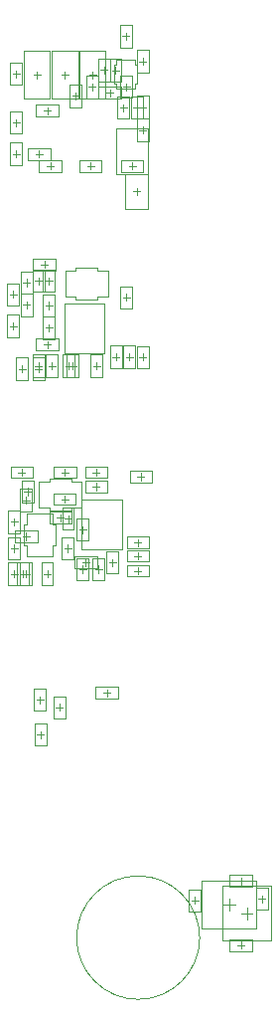
<source format=gbr>
%TF.GenerationSoftware,Altium Limited,Altium Designer,22.6.1 (34)*%
G04 Layer_Color=32768*
%FSLAX45Y45*%
%MOMM*%
%TF.SameCoordinates,41C29604-6FBD-4392-AD62-CF0DA8D1722B*%
%TF.FilePolarity,Positive*%
%TF.FileFunction,Other,Mechanical_15*%
%TF.Part,CustomerPanel*%
G01*
G75*
%TA.AperFunction,NonConductor*%
%ADD97C,0.10000*%
%ADD99C,0.05000*%
D97*
X892938Y4519339D02*
X1082938D01*
X892938Y4619339D02*
X1082938D01*
X987938Y4539339D02*
Y4599339D01*
X957938Y4569339D02*
X1017938D01*
X1082938Y4519339D02*
Y4619339D01*
X892938Y4519339D02*
Y4619339D01*
X512637Y4657439D02*
X702637D01*
X512637Y4557439D02*
X702637D01*
X607637Y4577439D02*
Y4637439D01*
X577636Y4607439D02*
X637637D01*
X512637Y4557439D02*
Y4657439D01*
X702637Y4557439D02*
Y4657439D01*
X867538Y3957364D02*
X1057538D01*
X867538Y4057364D02*
X1057538D01*
X962538Y3977364D02*
Y4037364D01*
X932538Y4007364D02*
X992538D01*
X1057538Y3957364D02*
Y4057364D01*
X867538Y3957364D02*
Y4057364D01*
X867538Y3946239D02*
X1057538D01*
X867538Y3846239D02*
X1057538D01*
X962538Y3866239D02*
Y3926239D01*
X932538Y3896239D02*
X992538D01*
X867538Y3846239D02*
Y3946239D01*
X1057538Y3846239D02*
Y3946239D01*
X867538Y3819239D02*
X1057538D01*
X867538Y3719239D02*
X1057538D01*
X962538Y3739239D02*
Y3799239D01*
X932538Y3769239D02*
X992538D01*
X867538Y3719239D02*
Y3819239D01*
X1057538Y3719239D02*
Y3819239D01*
X675988Y3686939D02*
Y3876939D01*
X575988Y3686939D02*
Y3876939D01*
X595988Y3781939D02*
X655988D01*
X625988Y3751939D02*
Y3811939D01*
X575988Y3876939D02*
X675988D01*
X575988Y3686939D02*
X675988D01*
X542638D02*
Y3876939D01*
X442638Y3686939D02*
Y3876939D01*
X462638Y3781939D02*
X522638D01*
X492638Y3751939D02*
Y3811939D01*
X442638Y3876939D02*
X542638D01*
X442638Y3686939D02*
X542638D01*
X-39959Y4274437D02*
Y4464439D01*
X60041Y4274437D02*
Y4464439D01*
X-19959Y4369438D02*
X40041D01*
X10038Y4339435D02*
Y4399440D01*
X-39959Y4464439D02*
X60041D01*
X-39959Y4274437D02*
X60041D01*
X-65359Y3648040D02*
Y3838042D01*
X34641Y3648040D02*
Y3838042D01*
X-45359Y3743041D02*
X14641D01*
X-15362Y3713039D02*
Y3773039D01*
X-65359Y3648040D02*
X34641D01*
X-65359Y3838042D02*
X34641D01*
X207137Y4268942D02*
X397139D01*
X207137Y4168942D02*
X397139D01*
X302138Y4188942D02*
Y4248942D01*
X272136Y4218939D02*
X332135D01*
X207137Y4168942D02*
Y4268942D01*
X397139Y4168942D02*
Y4268942D01*
X-41560Y4089772D02*
Y4279774D01*
X-141560Y4089772D02*
Y4279774D01*
X-121560Y4184773D02*
X-61560D01*
X-91562Y4154771D02*
Y4214776D01*
X-141560Y4089772D02*
X-41560D01*
X-141560Y4279774D02*
X-41560D01*
X-141564Y3864738D02*
Y4054740D01*
X-41565Y3864738D02*
Y4054740D01*
X-121564Y3959739D02*
X-61565D01*
X-91562Y3929736D02*
Y3989741D01*
X-141564Y4054740D02*
X-41565D01*
X-141564Y3864738D02*
X-41565D01*
X442636Y4023488D02*
X542635D01*
X442636Y4213490D02*
X542635D01*
X492638Y4088487D02*
Y4148486D01*
X462636Y4118489D02*
X522635D01*
X442636Y4023488D02*
Y4213490D01*
X542635Y4023488D02*
Y4213490D01*
X243555Y4428841D02*
X433557D01*
X243555Y4328841D02*
X433557D01*
X338556Y4348841D02*
Y4408841D01*
X308558Y4378839D02*
X368558D01*
X433557Y4328841D02*
Y4428841D01*
X243555Y4328841D02*
Y4428841D01*
X796641Y3745197D02*
Y3935200D01*
X696641Y3745197D02*
Y3935200D01*
X716641Y3840199D02*
X776641D01*
X746638Y3810196D02*
Y3870196D01*
X696641Y3745197D02*
X796641D01*
X696641Y3935200D02*
X796641D01*
X315636Y4054740D02*
X415635D01*
X315636Y3864738D02*
X415635D01*
X365638Y3929741D02*
Y3989741D01*
X335636Y3959739D02*
X395635D01*
X315636Y3864738D02*
Y4054740D01*
X415635Y3864738D02*
Y4054740D01*
X317241Y4308360D02*
X417241D01*
X317241Y4118358D02*
X417241D01*
X367238Y4183356D02*
Y4243356D01*
X337241Y4213359D02*
X397241D01*
X317241Y4118358D02*
Y4308360D01*
X417241Y4118358D02*
Y4308360D01*
X245237Y4557436D02*
X435239D01*
X245237Y4657436D02*
X435239D01*
X340238Y4577436D02*
Y4637436D01*
X310241Y4607439D02*
X370241D01*
X435239Y4557436D02*
Y4657436D01*
X245237Y4557436D02*
Y4657436D01*
X-123063Y4557436D02*
X66939D01*
X-123063Y4657436D02*
X66939D01*
X-28062Y4577436D02*
Y4637436D01*
X-58059Y4607439D02*
X1941D01*
X66939Y4557436D02*
Y4657436D01*
X-123063Y4557436D02*
Y4657436D01*
X-27264Y4347338D02*
Y4537340D01*
X72735Y4347338D02*
Y4537340D01*
X-7264Y4442339D02*
X52735D01*
X22738Y4412336D02*
Y4472336D01*
X-27264Y4347338D02*
X72735D01*
X-27264Y4537340D02*
X72735D01*
X-84165Y4011341D02*
X105837D01*
X-84165Y4111341D02*
X105837D01*
X10836Y4031341D02*
Y4091341D01*
X-19162Y4061339D02*
X40838D01*
X105837Y4011341D02*
Y4111341D01*
X-84165Y4011341D02*
Y4111341D01*
X512638Y4534436D02*
X702640D01*
X512638Y4434436D02*
X702640D01*
X607639Y4454436D02*
Y4514436D01*
X577637Y4484439D02*
X637637D01*
X512638Y4434436D02*
Y4534436D01*
X702640Y4434436D02*
Y4534436D01*
X239336Y3648838D02*
Y3838840D01*
X139336Y3648838D02*
Y3838840D01*
X159336Y3743839D02*
X219336D01*
X189338Y3713836D02*
Y3773836D01*
X139336Y3648838D02*
X239336D01*
X139336Y3838840D02*
X239336D01*
X-39964Y3648838D02*
Y3838840D01*
X60035Y3648838D02*
Y3838840D01*
X-19964Y3743839D02*
X40035D01*
X10038Y3713836D02*
Y3773841D01*
X-39964Y3838840D02*
X60035D01*
X-39964Y3648838D02*
X60035D01*
X423037Y3790196D02*
X613039D01*
X423037Y3890196D02*
X613039D01*
X518038Y3810196D02*
Y3870196D01*
X488036Y3840199D02*
X548041D01*
X423037Y3790196D02*
Y3890196D01*
X613039Y3790196D02*
Y3890196D01*
X-141564Y3838840D02*
X-41565D01*
X-141564Y3648838D02*
X-41565D01*
X-91562Y3713836D02*
Y3773841D01*
X-121564Y3743839D02*
X-61565D01*
X-141564Y3648838D02*
Y3838840D01*
X-41565Y3648838D02*
Y3838840D01*
X164300Y5391400D02*
Y5581400D01*
X64300Y5391400D02*
Y5581400D01*
X84300Y5486400D02*
X144300D01*
X114300Y5456400D02*
Y5516400D01*
X64300Y5581400D02*
X164300D01*
X64300Y5391400D02*
X164300D01*
X24600D02*
Y5581400D01*
X-75400Y5391400D02*
Y5581400D01*
X-55400Y5486400D02*
X4600D01*
X-25400Y5456400D02*
Y5516400D01*
X-75400Y5581400D02*
X24600D01*
X-75400Y5391400D02*
X24600D01*
X-151600Y5756557D02*
Y5946558D01*
X-51600Y5756557D02*
Y5946558D01*
X-131600Y5851558D02*
X-71600D01*
X-101600Y5821558D02*
Y5881558D01*
X-151600Y5946558D02*
X-51600D01*
X-151600Y5756557D02*
X-51600D01*
X64300Y5416800D02*
Y5606800D01*
X164300Y5416800D02*
Y5606800D01*
X84300Y5511800D02*
X144300D01*
X114300Y5481800D02*
Y5541800D01*
X64300Y5606800D02*
X164300D01*
X64300Y5416800D02*
X164300D01*
X178600D02*
Y5606800D01*
X278600Y5416800D02*
Y5606800D01*
X198600Y5511800D02*
X258600D01*
X228600Y5481800D02*
Y5541800D01*
X178600Y5606800D02*
X278600D01*
X178600Y5416800D02*
X278600D01*
X824700Y5493000D02*
Y5683000D01*
X724700Y5493000D02*
Y5683000D01*
X744700Y5588000D02*
X804700D01*
X774700Y5558000D02*
Y5618000D01*
X724700Y5493000D02*
X824700D01*
X724700Y5683000D02*
X824700D01*
X939000Y5493000D02*
Y5683000D01*
X839000Y5493000D02*
Y5683000D01*
X859000Y5588000D02*
X919000D01*
X889000Y5558000D02*
Y5618000D01*
X839000Y5493000D02*
X939000D01*
X839000Y5683000D02*
X939000D01*
X1053300Y5492200D02*
Y5682200D01*
X953300Y5492200D02*
Y5682200D01*
X973300Y5587200D02*
X1033300D01*
X1003300Y5557200D02*
Y5617200D01*
X953300Y5492200D02*
X1053300D01*
X953300Y5682200D02*
X1053300D01*
X260101Y6325398D02*
Y6425397D01*
X70099Y6325398D02*
Y6425397D01*
X135098Y6375400D02*
X195097D01*
X165100Y6345398D02*
Y6405397D01*
X70099Y6425397D02*
X260101D01*
X70099Y6325398D02*
X260101D01*
X153203Y6120968D02*
X253202D01*
X153203Y5930966D02*
X253202D01*
X203200Y5995964D02*
Y6055964D01*
X173203Y6025967D02*
X233202D01*
X153203Y5930966D02*
Y6120968D01*
X253202Y5930966D02*
Y6120968D01*
X153203Y6330706D02*
X253202D01*
X153203Y6140704D02*
X253202D01*
X203200Y6205703D02*
Y6265702D01*
X173203Y6235705D02*
X233202D01*
X153203Y6140704D02*
Y6330706D01*
X253202Y6140704D02*
Y6330706D01*
X64303Y6140699D02*
X164302D01*
X64303Y6330701D02*
X164302D01*
X114300Y6205703D02*
Y6265702D01*
X84303Y6235700D02*
X144302D01*
X164302Y6140699D02*
Y6330701D01*
X64303Y6140699D02*
Y6330701D01*
X813598Y6000196D02*
X913597D01*
X813598Y6190198D02*
X913597D01*
X863600Y6065200D02*
Y6125200D01*
X833598Y6095197D02*
X893597D01*
X913597Y6000196D02*
Y6190198D01*
X813598Y6000196D02*
Y6190198D01*
X-37297Y6125601D02*
X62702D01*
X-37297Y6315603D02*
X62702D01*
X12700Y6190605D02*
Y6250605D01*
X-17297Y6220602D02*
X42702D01*
X62702Y6125601D02*
Y6315603D01*
X-37297Y6125601D02*
Y6315603D01*
X322982Y5416800D02*
Y5606800D01*
X422982Y5416800D02*
Y5606800D01*
X342982Y5511800D02*
X402982D01*
X372982Y5481800D02*
Y5541800D01*
X322982Y5416800D02*
X422982D01*
X322982Y5606800D02*
X422982D01*
X559600Y5416800D02*
Y5606800D01*
X659600Y5416800D02*
Y5606800D01*
X579600Y5511800D02*
X639600D01*
X609600Y5481800D02*
Y5541800D01*
X559600Y5606800D02*
X659600D01*
X559600Y5416800D02*
X659600D01*
X-151597Y6025601D02*
Y6215604D01*
X-51598Y6025601D02*
Y6215604D01*
X-131597Y6120602D02*
X-71598D01*
X-101600Y6090600D02*
Y6150600D01*
X-151597Y6215604D02*
X-51598D01*
X-151597Y6025601D02*
X-51598D01*
X355108Y5416800D02*
Y5606800D01*
X455108Y5416800D02*
Y5606800D01*
X375108Y5511800D02*
X435108D01*
X405108Y5481800D02*
Y5541800D01*
X355108Y5606800D02*
X455108D01*
X355108Y5416800D02*
X455108D01*
X252797Y5741169D02*
Y5931169D01*
X152798Y5741169D02*
Y5931169D01*
X172797Y5836169D02*
X232797D01*
X202797Y5806169D02*
Y5866169D01*
X152798Y5741169D02*
X252797D01*
X152798Y5931169D02*
X252797D01*
X94700Y5642298D02*
X284700D01*
X94700Y5742298D02*
X284700D01*
X189700Y5662298D02*
Y5722298D01*
X159700Y5692298D02*
X219700D01*
X94700Y5642298D02*
Y5742298D01*
X284700Y5642298D02*
Y5742298D01*
X-37297Y5936701D02*
X62702D01*
X-37297Y6126704D02*
X62702D01*
X12700Y6001700D02*
Y6061705D01*
X-17297Y6031702D02*
X42702D01*
X62702Y5936701D02*
Y6126704D01*
X-37297Y5936701D02*
Y6126704D01*
X25650Y7364499D02*
X215650D01*
X25650Y7264500D02*
X215650D01*
X120650Y7284500D02*
Y7344499D01*
X90650Y7314499D02*
X150650D01*
X215650Y7264500D02*
Y7364499D01*
X25650Y7264500D02*
Y7364499D01*
X1053300Y7619380D02*
Y7809380D01*
X953300Y7619380D02*
Y7809380D01*
X973300Y7714380D02*
X1033300D01*
X1003300Y7684380D02*
Y7744380D01*
X953300Y7619380D02*
X1053300D01*
X953300Y7809380D02*
X1053300D01*
X1054320Y7424855D02*
Y7614855D01*
X954320Y7424855D02*
Y7614855D01*
X974320Y7519855D02*
X1034320D01*
X1004320Y7489855D02*
Y7549855D01*
X954320Y7424855D02*
X1054320D01*
X954320Y7614855D02*
X1054320D01*
X481800Y7714700D02*
Y7904700D01*
X381800Y7714700D02*
Y7904700D01*
X401800Y7809700D02*
X461800D01*
X431800Y7779700D02*
Y7839700D01*
X381800Y7714700D02*
X481800D01*
X381800Y7904700D02*
X481800D01*
X523100Y7790900D02*
Y7980900D01*
X623100Y7790900D02*
Y7980900D01*
X543100Y7885900D02*
X603100D01*
X573100Y7855900D02*
Y7915900D01*
X523100Y7980900D02*
X623100D01*
X523100Y7790900D02*
X623100D01*
X722693Y7933972D02*
Y8123973D01*
X622694Y7933972D02*
Y8123973D01*
X642694Y8028973D02*
X702694D01*
X672694Y7998972D02*
Y8058972D01*
X622694Y7933972D02*
X722693D01*
X622694Y8123973D02*
X722693D01*
X723100Y7931400D02*
Y8121400D01*
X823100Y7931400D02*
Y8121400D01*
X743100Y8026400D02*
X803100D01*
X773100Y7996400D02*
Y8056400D01*
X723100Y8121400D02*
X823100D01*
X723100Y7931400D02*
X823100D01*
X628100Y7785900D02*
X818100D01*
X628100Y7885900D02*
X818100D01*
X723100Y7805900D02*
Y7865900D01*
X693100Y7835900D02*
X753100D01*
X628100Y7785900D02*
Y7885900D01*
X818100Y7785900D02*
Y7885900D01*
X815200Y7791700D02*
Y7981700D01*
X915200Y7791700D02*
Y7981700D01*
X835200Y7886700D02*
X895200D01*
X865200Y7856700D02*
Y7916700D01*
X815200Y7981700D02*
X915200D01*
X815200Y7791700D02*
X915200D01*
X819400Y7163600D02*
X1009400D01*
X819400Y7263600D02*
X1009400D01*
X914400Y7183600D02*
Y7243600D01*
X884400Y7213600D02*
X944400D01*
X819400Y7163600D02*
Y7263600D01*
X1009400Y7163600D02*
Y7263600D01*
X857500Y6850200D02*
X1047500D01*
X857500Y7145200D02*
X1047500D01*
Y6850200D02*
Y7145200D01*
X857500Y6850200D02*
Y7145200D01*
X952500Y6967700D02*
Y7027700D01*
X922500Y6997700D02*
X982500D01*
X463100Y7263600D02*
X653100D01*
X463100Y7163600D02*
X653100D01*
X558100Y7183600D02*
Y7243600D01*
X528100Y7213600D02*
X588100D01*
X653100Y7163600D02*
Y7263600D01*
X463100Y7163600D02*
Y7263600D01*
X120900D02*
X310900D01*
X120900Y7163600D02*
X310900D01*
X215900Y7183600D02*
Y7243600D01*
X185900Y7213600D02*
X245900D01*
X310900Y7163600D02*
Y7263600D01*
X120900Y7163600D02*
Y7263600D01*
X311478Y7988788D02*
X371478D01*
X341478Y7958787D02*
Y8018788D01*
X228978Y7786288D02*
Y8191288D01*
X453978Y7786288D02*
Y8191288D01*
X228978Y7786288D02*
X453978D01*
X228978Y8191288D02*
X453978D01*
X545113Y7986979D02*
X605113D01*
X575113Y7956979D02*
Y8016979D01*
X462613Y7784479D02*
Y8189479D01*
X687613Y7784479D02*
Y8189479D01*
X462613Y7784479D02*
X687613D01*
X462613Y8189479D02*
X687613D01*
X-126200Y7901952D02*
Y8091952D01*
X-26200Y7901952D02*
Y8091952D01*
X-106200Y7996952D02*
X-46200D01*
X-76200Y7966952D02*
Y8026952D01*
X-126200Y7901952D02*
X-26200D01*
X-126200Y8091952D02*
X-26200D01*
X95500Y7631900D02*
X285500D01*
X95500Y7731900D02*
X285500D01*
X190500Y7651900D02*
Y7711900D01*
X160500Y7681900D02*
X220500D01*
X285500Y7631900D02*
Y7731900D01*
X95500Y7631900D02*
Y7731900D01*
X-26200Y7486900D02*
Y7676900D01*
X-126200Y7486900D02*
Y7676900D01*
X-106200Y7581900D02*
X-46200D01*
X-76200Y7551900D02*
Y7611900D01*
X-126200Y7676900D02*
X-26200D01*
X-126200Y7486900D02*
X-26200D01*
X-126200Y7220200D02*
Y7410200D01*
X-26200Y7220200D02*
Y7410200D01*
X-106200Y7315200D02*
X-46200D01*
X-76200Y7285200D02*
Y7345200D01*
X-126200Y7220200D02*
X-26200D01*
X-126200Y7410200D02*
X-26200D01*
X788200Y7613900D02*
Y7803900D01*
X888200Y7613900D02*
Y7803900D01*
X808200Y7708900D02*
X868200D01*
X838200Y7678900D02*
Y7738900D01*
X788200Y7613900D02*
X888200D01*
X788200Y7803900D02*
X888200D01*
X1053300Y8007600D02*
Y8197600D01*
X953300Y8007600D02*
Y8197600D01*
X973300Y8102600D02*
X1033300D01*
X1003300Y8072600D02*
Y8132600D01*
X953300Y8197600D02*
X1053300D01*
X953300Y8007600D02*
X1053300D01*
X809292Y8222700D02*
Y8412700D01*
X909292Y8222700D02*
Y8412700D01*
X829292Y8317700D02*
X889292D01*
X859292Y8287700D02*
Y8347700D01*
X809292Y8222700D02*
X909292D01*
X809292Y8412700D02*
X909292D01*
X902500Y7613900D02*
Y7803900D01*
X1002500Y7613900D02*
Y7803900D01*
X922500Y7708900D02*
X982500D01*
X952500Y7678900D02*
Y7738900D01*
X902500Y7613900D02*
X1002500D01*
X902500Y7803900D02*
X1002500D01*
X71600Y7988300D02*
X131600D01*
X101600Y7958300D02*
Y8018300D01*
X-10900Y7785800D02*
Y8190800D01*
X214100Y7785800D02*
Y8190800D01*
X-10900Y7785800D02*
X214100D01*
X-10900Y8190800D02*
X214100D01*
X181999Y2279900D02*
Y2469900D01*
X82000Y2279900D02*
Y2469900D01*
X102000Y2374900D02*
X161999D01*
X131999Y2344900D02*
Y2404900D01*
X82000Y2469900D02*
X181999D01*
X82000Y2279900D02*
X181999D01*
X77000Y2576547D02*
Y2766547D01*
X176999Y2576547D02*
Y2766547D01*
X97000Y2671547D02*
X156999D01*
X126999Y2641546D02*
Y2701547D01*
X77000Y2576547D02*
X176999D01*
X77000Y2766547D02*
X176999D01*
X341661Y2512227D02*
Y2702227D01*
X241661Y2512227D02*
Y2702227D01*
X261661Y2607227D02*
X321661D01*
X291661Y2577227D02*
Y2637227D01*
X241661Y2702227D02*
X341661D01*
X241661Y2512227D02*
X341661D01*
X603500Y2680500D02*
X793500D01*
X603500Y2780500D02*
X793500D01*
X698500Y2700500D02*
Y2760500D01*
X668500Y2730500D02*
X728500D01*
X793500Y2680500D02*
Y2780500D01*
X603500Y2680500D02*
Y2780500D01*
X1497800Y869401D02*
Y1059401D01*
X1397800Y869401D02*
Y1059401D01*
X1417800Y964401D02*
X1477800D01*
X1447800Y934401D02*
Y994401D01*
X1397800Y1059401D02*
X1497800D01*
X1397800Y869401D02*
X1497800D01*
X2069300Y882901D02*
Y1072901D01*
X1969300Y882901D02*
Y1072901D01*
X1989300Y977901D02*
X2049300D01*
X2019300Y947901D02*
Y1007901D01*
X1969300Y1072901D02*
X2069300D01*
X1969300Y882901D02*
X2069300D01*
X1689900Y927901D02*
X1789900D01*
X1739900Y877901D02*
Y977901D01*
X1891500Y805330D02*
Y905330D01*
X1841500Y855330D02*
X1941500D01*
X1936500Y1080301D02*
Y1180301D01*
X1746500Y1080301D02*
Y1180301D01*
X1811500Y1130301D02*
X1871500D01*
X1841500Y1100301D02*
Y1160301D01*
X1746500Y1180301D02*
X1936500D01*
X1746500Y1080301D02*
X1936500D01*
X1746500Y534201D02*
X1936500D01*
X1746500Y634201D02*
X1936500D01*
X1841500Y554201D02*
Y614201D01*
X1811500Y584201D02*
X1871500D01*
X1746500Y534201D02*
Y634201D01*
X1936500Y534201D02*
Y634201D01*
D99*
X14338Y3893039D02*
X234338D01*
X14338D02*
Y3981039D01*
X-10662D02*
X14338D01*
X-10662D02*
Y4167039D01*
X14338D01*
Y4255039D01*
X234338D01*
Y4167039D02*
Y4255039D01*
Y4167039D02*
X259338D01*
Y3981039D02*
Y4167039D01*
X234338Y3981039D02*
X259338D01*
X234338Y3893039D02*
Y3981039D01*
X485140Y3951540D02*
Y4377538D01*
X830138D01*
Y3951540D02*
Y4377538D01*
X485140Y3951540D02*
X830138D01*
X121138Y4309438D02*
Y4529443D01*
Y4309438D02*
X209139D01*
Y4284439D02*
Y4309438D01*
Y4284439D02*
X395138D01*
Y4309438D01*
X483138D01*
Y4529443D01*
X395138D02*
X483138D01*
X395138D02*
Y4554441D01*
X209139D02*
X395138D01*
X209139Y4529443D02*
Y4554441D01*
X121138Y4529443D02*
X209139D01*
X345131Y6100298D02*
X433131D01*
Y6075299D02*
Y6100298D01*
Y6075299D02*
X619131D01*
Y6100298D01*
X707131D01*
Y6320302D01*
X619131D02*
X707131D01*
X619131D02*
Y6345301D01*
X433131D02*
X619131D01*
X433131Y6320302D02*
Y6345301D01*
X345131Y6320302D02*
X433131D01*
X345131Y6100298D02*
Y6320302D01*
X334110Y5616301D02*
Y6042300D01*
X679108D01*
Y5616301D02*
Y6042300D01*
X334110Y5616301D02*
X679108D01*
X1050200Y7144800D02*
Y7536400D01*
X778600Y7144800D02*
Y7536400D01*
Y7144800D02*
X1050200D01*
X778600Y7536400D02*
X1050200D01*
X942292Y7874600D02*
Y7916600D01*
X776292Y8076600D02*
Y8118600D01*
X942292Y7916600D02*
X959292D01*
X759292Y8076600D02*
X776292D01*
X759292Y7916600D02*
X776292D01*
Y7874600D02*
Y7916600D01*
X942292Y8076600D02*
X959292D01*
X942292D02*
Y8118600D01*
X759292Y7916600D02*
Y8076600D01*
X959292Y7916600D02*
Y8076600D01*
X776292Y7874600D02*
X942292D01*
X776292Y8118600D02*
X942292D01*
X1490200Y647701D02*
G03*
X1490200Y647701I-525000J0D01*
G01*
X1507400Y722901D02*
Y1132901D01*
X1972400Y722901D02*
Y1132901D01*
X1507400D02*
X1972400D01*
X1507400Y722901D02*
X1972400D01*
X1686500Y1087830D02*
X2096500D01*
X1686500Y622830D02*
X2096500D01*
X1686500D02*
Y1087830D01*
X2096500Y622830D02*
Y1087830D01*
%TF.MD5,6946ab59fd5e2ea1ee0c1bbc95343e87*%
M02*

</source>
